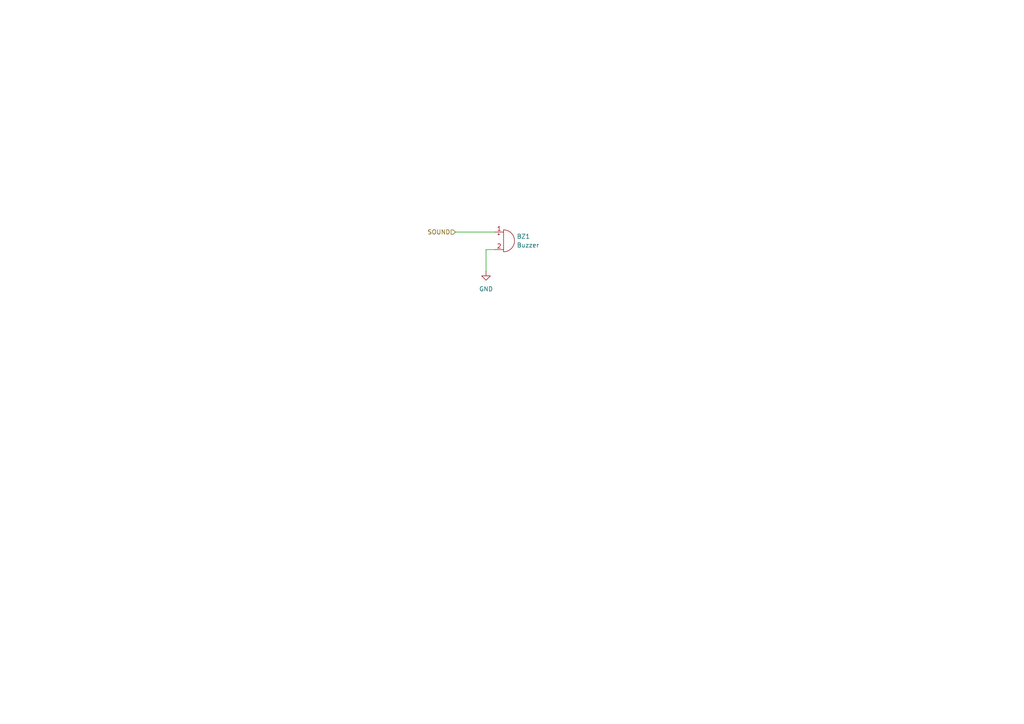
<source format=kicad_sch>
(kicad_sch (version 20250114) (generator "eeschema") (generator_version "9.0")
  (paper "A4")
  (lib_symbols
    (symbol "Device:Buzzer" (pin_names (offset 0.0254) (hide yes))
      (property "Reference" "BZ" (at 3.81 1.27 0))
      (property "Value" "Buzzer" (at 3.81 -1.27 0))
      (symbol "Buzzer_0_1"
        (polyline (pts (xy -1.651 1.905) (xy -1.143 1.905)))
        (polyline (pts (xy -1.397 2.159) (xy -1.397 1.651)))
        (arc (start 0 3.175) (mid 3.1612 0) (end 0 -3.175))
        (polyline (pts (xy 0 3.175) (xy 0 -3.175)))
      )
      (symbol "Buzzer_1_1"
        (pin passive line (at -2.54 2.54 0) (length 2.54) (name "+") (number "1"))
        (pin passive line (at -2.54 -2.54 0) (length 2.54) (name "-") (number "2"))
      )
    )
    (symbol "power:GND" (power) (pin_numbers (hide yes)) (pin_names (offset 0) (hide yes))
      (property "Value" "GND" (at 0 -3.81 0))
      (symbol "GND_0_1"
        (polyline (pts (xy 0 0) (xy 0 -1.27) (xy 1.27 -1.27) (xy 0 -2.54) (xy -1.27 -1.27) (xy 0 -1.27)))
      )
      (symbol "GND_1_1"
        (pin power_in line (at 0 0 270) (length 0) (name "~") (number "1"))
      )
    )
  )
  (wire (pts (xy 143.51 72.39) (xy 140.97 72.39)))
  (wire (pts (xy 132.08 67.31) (xy 143.51 67.31)))
  (wire (pts (xy 140.97 72.39) (xy 140.97 78.74)))
  (hierarchical_label "SOUND" (shape input) (at 132.08 67.31 180))
  (symbol (lib_id "Device:Buzzer") (at 146.05 69.85 0) (unit 1)
    (property "Reference" "BZ1" (at 149.86 68.5799 0) (effects (justify left)))
    (property "Value" "Buzzer" (at 149.86 71.1199 0) (effects (justify left)))
    (property "Footprint" "Jumper:SolderJumper-2_P1.3mm_Open_RoundedPad1.0x1.5mm" (effects (hide yes)))
    (property "Description" "Buzzer, polarized" (effects (hide yes)))
  )
  (symbol (lib_id "power:GND") (at 140.97 78.74 0) (unit 1)
    (property "Reference" "#PWR054" (effects (hide yes)))
    (property "Value" "GND" (at 140.97 83.82 0))
    (property "Description" "Power symbol creates a global label with name \"GND\" , ground" (effects (hide yes)))
  )
)
</source>
